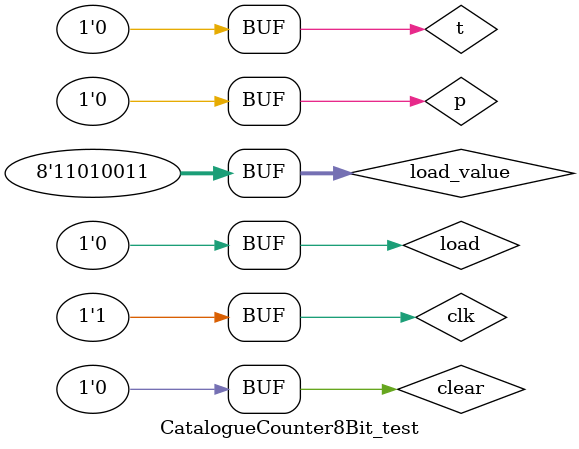
<source format=v>
`timescale 1ns / 1ps


module CatalogueCounter8Bit_test;

	// Inputs
	reg clk;
	reg p;
	reg t;
	reg load;
	reg [7:0] load_value;
	reg clear;

	// Outputs
	wire ripple_carry_out;
	wire [7:0] out_cnt;

	// Instantiate the Unit Under Test (UUT)
	CatalogueCounter8Bit uut (
		.clk(clk), 
		.p(p), 
		.t(t), 
		.load(load), 
		.load_value(load_value), 
		.clear(clear), 
		.ripple_carry_out(ripple_carry_out), 
		.out_cnt(out_cnt)
	);

	initial begin
		// Initialize Inputs
		clk = 0;
		p = 0;
		t = 0;
		load = 0;
		load_value = 0;
		clear = 0;

		// Wait 100 ns for global reset to finish
		p=1;
		t=1;
		#300;
		clear=1;
		#20;
		clear=0;
		load=1;
		load_value=8'b11010011;
		#20;
		load=0;
		#100;
		p=0;
		t=0;
		#300;
	end
	
	
	always begin
		#1 clk=0;
		#1 clk=1;
	end
        
      
endmodule


</source>
